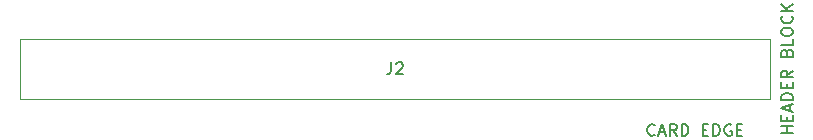
<source format=gbr>
G04 #@! TF.GenerationSoftware,KiCad,Pcbnew,(5.1.5-0-10_14)*
G04 #@! TF.CreationDate,2021-02-08T21:24:19-05:00*
G04 #@! TF.ProjectId,apple-ii-breadboard-card,6170706c-652d-4696-992d-627265616462,1.1*
G04 #@! TF.SameCoordinates,Original*
G04 #@! TF.FileFunction,Other,Fab,Top*
%FSLAX46Y46*%
G04 Gerber Fmt 4.6, Leading zero omitted, Abs format (unit mm)*
G04 Created by KiCad (PCBNEW (5.1.5-0-10_14)) date 2021-02-08 21:24:19*
%MOMM*%
%LPD*%
G04 APERTURE LIST*
%ADD10C,0.100000*%
%ADD11C,0.150000*%
G04 APERTURE END LIST*
D10*
X232410000Y-115570000D02*
X168910000Y-115570000D01*
X232410000Y-120650000D02*
X232410000Y-115570000D01*
X168910000Y-120650000D02*
X232410000Y-120650000D01*
X168910000Y-115570000D02*
X168910000Y-120650000D01*
D11*
X234362380Y-123538571D02*
X233362380Y-123538571D01*
X233838571Y-123538571D02*
X233838571Y-122967142D01*
X234362380Y-122967142D02*
X233362380Y-122967142D01*
X233838571Y-122490952D02*
X233838571Y-122157619D01*
X234362380Y-122014761D02*
X234362380Y-122490952D01*
X233362380Y-122490952D01*
X233362380Y-122014761D01*
X234076666Y-121633809D02*
X234076666Y-121157619D01*
X234362380Y-121729047D02*
X233362380Y-121395714D01*
X234362380Y-121062380D01*
X234362380Y-120729047D02*
X233362380Y-120729047D01*
X233362380Y-120490952D01*
X233410000Y-120348095D01*
X233505238Y-120252857D01*
X233600476Y-120205238D01*
X233790952Y-120157619D01*
X233933809Y-120157619D01*
X234124285Y-120205238D01*
X234219523Y-120252857D01*
X234314761Y-120348095D01*
X234362380Y-120490952D01*
X234362380Y-120729047D01*
X233838571Y-119729047D02*
X233838571Y-119395714D01*
X234362380Y-119252857D02*
X234362380Y-119729047D01*
X233362380Y-119729047D01*
X233362380Y-119252857D01*
X234362380Y-118252857D02*
X233886190Y-118586190D01*
X234362380Y-118824285D02*
X233362380Y-118824285D01*
X233362380Y-118443333D01*
X233410000Y-118348095D01*
X233457619Y-118300476D01*
X233552857Y-118252857D01*
X233695714Y-118252857D01*
X233790952Y-118300476D01*
X233838571Y-118348095D01*
X233886190Y-118443333D01*
X233886190Y-118824285D01*
X233838571Y-116729047D02*
X233886190Y-116586190D01*
X233933809Y-116538571D01*
X234029047Y-116490952D01*
X234171904Y-116490952D01*
X234267142Y-116538571D01*
X234314761Y-116586190D01*
X234362380Y-116681428D01*
X234362380Y-117062380D01*
X233362380Y-117062380D01*
X233362380Y-116729047D01*
X233410000Y-116633809D01*
X233457619Y-116586190D01*
X233552857Y-116538571D01*
X233648095Y-116538571D01*
X233743333Y-116586190D01*
X233790952Y-116633809D01*
X233838571Y-116729047D01*
X233838571Y-117062380D01*
X234362380Y-115586190D02*
X234362380Y-116062380D01*
X233362380Y-116062380D01*
X233362380Y-115062380D02*
X233362380Y-114871904D01*
X233410000Y-114776666D01*
X233505238Y-114681428D01*
X233695714Y-114633809D01*
X234029047Y-114633809D01*
X234219523Y-114681428D01*
X234314761Y-114776666D01*
X234362380Y-114871904D01*
X234362380Y-115062380D01*
X234314761Y-115157619D01*
X234219523Y-115252857D01*
X234029047Y-115300476D01*
X233695714Y-115300476D01*
X233505238Y-115252857D01*
X233410000Y-115157619D01*
X233362380Y-115062380D01*
X234267142Y-113633809D02*
X234314761Y-113681428D01*
X234362380Y-113824285D01*
X234362380Y-113919523D01*
X234314761Y-114062380D01*
X234219523Y-114157619D01*
X234124285Y-114205238D01*
X233933809Y-114252857D01*
X233790952Y-114252857D01*
X233600476Y-114205238D01*
X233505238Y-114157619D01*
X233410000Y-114062380D01*
X233362380Y-113919523D01*
X233362380Y-113824285D01*
X233410000Y-113681428D01*
X233457619Y-113633809D01*
X234362380Y-113205238D02*
X233362380Y-113205238D01*
X234362380Y-112633809D02*
X233790952Y-113062380D01*
X233362380Y-112633809D02*
X233933809Y-113205238D01*
X200326666Y-117562380D02*
X200326666Y-118276666D01*
X200279047Y-118419523D01*
X200183809Y-118514761D01*
X200040952Y-118562380D01*
X199945714Y-118562380D01*
X200755238Y-117657619D02*
X200802857Y-117610000D01*
X200898095Y-117562380D01*
X201136190Y-117562380D01*
X201231428Y-117610000D01*
X201279047Y-117657619D01*
X201326666Y-117752857D01*
X201326666Y-117848095D01*
X201279047Y-117990952D01*
X200707619Y-118562380D01*
X201326666Y-118562380D01*
X222655238Y-123674142D02*
X222607619Y-123721761D01*
X222464761Y-123769380D01*
X222369523Y-123769380D01*
X222226666Y-123721761D01*
X222131428Y-123626523D01*
X222083809Y-123531285D01*
X222036190Y-123340809D01*
X222036190Y-123197952D01*
X222083809Y-123007476D01*
X222131428Y-122912238D01*
X222226666Y-122817000D01*
X222369523Y-122769380D01*
X222464761Y-122769380D01*
X222607619Y-122817000D01*
X222655238Y-122864619D01*
X223036190Y-123483666D02*
X223512380Y-123483666D01*
X222940952Y-123769380D02*
X223274285Y-122769380D01*
X223607619Y-123769380D01*
X224512380Y-123769380D02*
X224179047Y-123293190D01*
X223940952Y-123769380D02*
X223940952Y-122769380D01*
X224321904Y-122769380D01*
X224417142Y-122817000D01*
X224464761Y-122864619D01*
X224512380Y-122959857D01*
X224512380Y-123102714D01*
X224464761Y-123197952D01*
X224417142Y-123245571D01*
X224321904Y-123293190D01*
X223940952Y-123293190D01*
X224940952Y-123769380D02*
X224940952Y-122769380D01*
X225179047Y-122769380D01*
X225321904Y-122817000D01*
X225417142Y-122912238D01*
X225464761Y-123007476D01*
X225512380Y-123197952D01*
X225512380Y-123340809D01*
X225464761Y-123531285D01*
X225417142Y-123626523D01*
X225321904Y-123721761D01*
X225179047Y-123769380D01*
X224940952Y-123769380D01*
X226702857Y-123245571D02*
X227036190Y-123245571D01*
X227179047Y-123769380D02*
X226702857Y-123769380D01*
X226702857Y-122769380D01*
X227179047Y-122769380D01*
X227607619Y-123769380D02*
X227607619Y-122769380D01*
X227845714Y-122769380D01*
X227988571Y-122817000D01*
X228083809Y-122912238D01*
X228131428Y-123007476D01*
X228179047Y-123197952D01*
X228179047Y-123340809D01*
X228131428Y-123531285D01*
X228083809Y-123626523D01*
X227988571Y-123721761D01*
X227845714Y-123769380D01*
X227607619Y-123769380D01*
X229131428Y-122817000D02*
X229036190Y-122769380D01*
X228893333Y-122769380D01*
X228750476Y-122817000D01*
X228655238Y-122912238D01*
X228607619Y-123007476D01*
X228560000Y-123197952D01*
X228560000Y-123340809D01*
X228607619Y-123531285D01*
X228655238Y-123626523D01*
X228750476Y-123721761D01*
X228893333Y-123769380D01*
X228988571Y-123769380D01*
X229131428Y-123721761D01*
X229179047Y-123674142D01*
X229179047Y-123340809D01*
X228988571Y-123340809D01*
X229607619Y-123245571D02*
X229940952Y-123245571D01*
X230083809Y-123769380D02*
X229607619Y-123769380D01*
X229607619Y-122769380D01*
X230083809Y-122769380D01*
M02*

</source>
